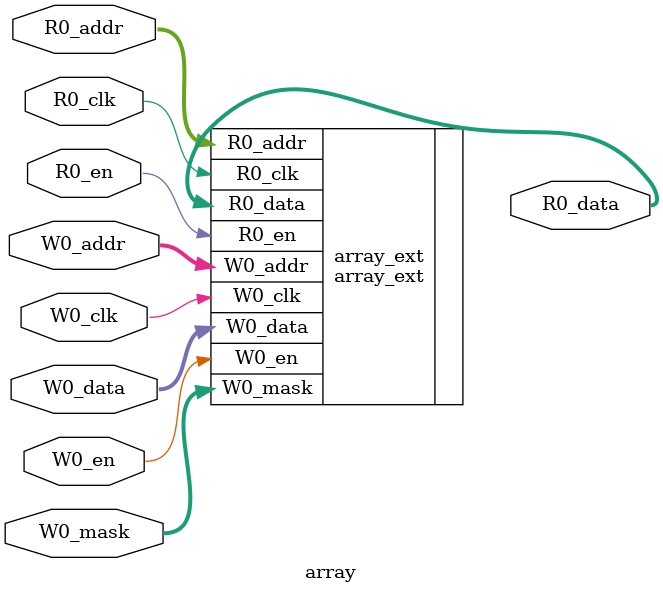
<source format=sv>
`ifndef RANDOMIZE
  `ifdef RANDOMIZE_MEM_INIT
    `define RANDOMIZE
  `endif // RANDOMIZE_MEM_INIT
`endif // not def RANDOMIZE
`ifndef RANDOMIZE
  `ifdef RANDOMIZE_REG_INIT
    `define RANDOMIZE
  `endif // RANDOMIZE_REG_INIT
`endif // not def RANDOMIZE

`ifndef RANDOM
  `define RANDOM $random
`endif // not def RANDOM

// Users can define INIT_RANDOM as general code that gets injected into the
// initializer block for modules with registers.
`ifndef INIT_RANDOM
  `define INIT_RANDOM
`endif // not def INIT_RANDOM

// If using random initialization, you can also define RANDOMIZE_DELAY to
// customize the delay used, otherwise 0.002 is used.
`ifndef RANDOMIZE_DELAY
  `define RANDOMIZE_DELAY 0.002
`endif // not def RANDOMIZE_DELAY

// Define INIT_RANDOM_PROLOG_ for use in our modules below.
`ifndef INIT_RANDOM_PROLOG_
  `ifdef RANDOMIZE
    `ifdef VERILATOR
      `define INIT_RANDOM_PROLOG_ `INIT_RANDOM
    `else  // VERILATOR
      `define INIT_RANDOM_PROLOG_ `INIT_RANDOM #`RANDOMIZE_DELAY begin end
    `endif // VERILATOR
  `else  // RANDOMIZE
    `define INIT_RANDOM_PROLOG_
  `endif // RANDOMIZE
`endif // not def INIT_RANDOM_PROLOG_

// Include register initializers in init blocks unless synthesis is set
`ifndef SYNTHESIS
  `ifndef ENABLE_INITIAL_REG_
    `define ENABLE_INITIAL_REG_
  `endif // not def ENABLE_INITIAL_REG_
`endif // not def SYNTHESIS

// Include rmemory initializers in init blocks unless synthesis is set
`ifndef SYNTHESIS
  `ifndef ENABLE_INITIAL_MEM_
    `define ENABLE_INITIAL_MEM_
  `endif // not def ENABLE_INITIAL_MEM_
`endif // not def SYNTHESIS

// Standard header to adapt well known macros for prints and assertions.

// Users can define 'PRINTF_COND' to add an extra gate to prints.
`ifndef PRINTF_COND_
  `ifdef PRINTF_COND
    `define PRINTF_COND_ (`PRINTF_COND)
  `else  // PRINTF_COND
    `define PRINTF_COND_ 1
  `endif // PRINTF_COND
`endif // not def PRINTF_COND_

// Users can define 'ASSERT_VERBOSE_COND' to add an extra gate to assert error printing.
`ifndef ASSERT_VERBOSE_COND_
  `ifdef ASSERT_VERBOSE_COND
    `define ASSERT_VERBOSE_COND_ (`ASSERT_VERBOSE_COND)
  `else  // ASSERT_VERBOSE_COND
    `define ASSERT_VERBOSE_COND_ 1
  `endif // ASSERT_VERBOSE_COND
`endif // not def ASSERT_VERBOSE_COND_

// Users can define 'STOP_COND' to add an extra gate to stop conditions.
`ifndef STOP_COND_
  `ifdef STOP_COND
    `define STOP_COND_ (`STOP_COND)
  `else  // STOP_COND
    `define STOP_COND_ 1
  `endif // STOP_COND
`endif // not def STOP_COND_

module array(	// ventus/src/SRAMTemplate/SRAMTemplate.scala:96:26
  input  [7:0]  R0_addr,
  input         R0_en,
                R0_clk,
  output [33:0] R0_data,
  input  [7:0]  W0_addr,
  input         W0_en,
                W0_clk,
  input  [33:0] W0_data,
  input  [1:0]  W0_mask
);

  array_ext array_ext (	// ventus/src/SRAMTemplate/SRAMTemplate.scala:96:26
    .R0_addr (R0_addr),
    .R0_en   (R0_en),
    .R0_clk  (R0_clk),
    .R0_data (R0_data),
    .W0_addr (W0_addr),
    .W0_en   (W0_en),
    .W0_clk  (W0_clk),
    .W0_data (W0_data),
    .W0_mask (W0_mask)
  );
endmodule


</source>
